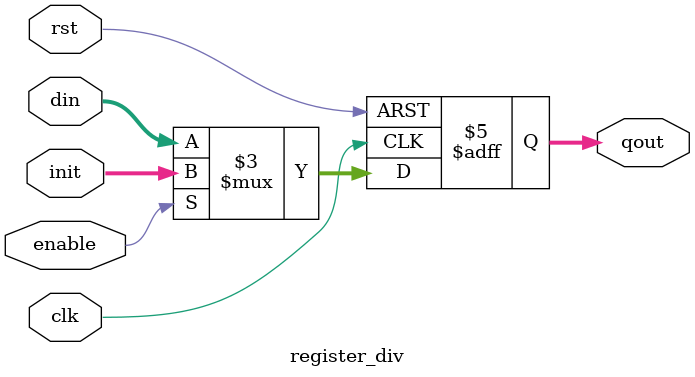
<source format=v>
module register_div(clk, rst, enable, init, din, qout);
    /*
        Register
        this module used to save values
        default size of register is 10 but can be modified using parameters
    */
    parameter INPUT_SIZE = 10;
    input clk, rst, enable;
    input[INPUT_SIZE-1 : 0] din, init;
    output reg[INPUT_SIZE-1 : 0] qout;
    always @(posedge clk, posedge rst) begin
        if(rst) begin
            qout <= {INPUT_SIZE{1'b0}};
        end
        else if(enable) begin
            qout <= init;
        end
        else begin
            qout <= din;
        end
    end
endmodule

</source>
